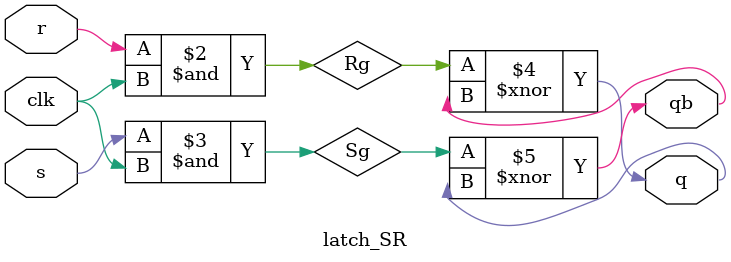
<source format=v>
module latch_SR (clk,r,s,q,qb);
	input clk,r,s;
	output q,qb;
	reg Rg,Sg;
	
	always @(clk or r or s) begin
		Rg = (r & clk);
		Sg = (s & clk); 		
	end
	
	assign q  = Rg ^~ qb;
	assign qb = Sg ^~ q;
	
endmodule

</source>
